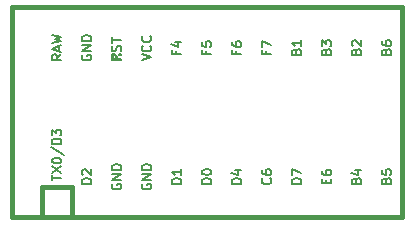
<source format=gbr>
G04 #@! TF.GenerationSoftware,KiCad,Pcbnew,(5.1.4)-1*
G04 #@! TF.CreationDate,2020-10-25T14:57:06-07:00*
G04 #@! TF.ProjectId,cheepcheep,63686565-7063-4686-9565-702e6b696361,rev?*
G04 #@! TF.SameCoordinates,Original*
G04 #@! TF.FileFunction,Legend,Top*
G04 #@! TF.FilePolarity,Positive*
%FSLAX46Y46*%
G04 Gerber Fmt 4.6, Leading zero omitted, Abs format (unit mm)*
G04 Created by KiCad (PCBNEW (5.1.4)-1) date 2020-10-25 14:57:06*
%MOMM*%
%LPD*%
G04 APERTURE LIST*
%ADD10C,0.381000*%
%ADD11C,0.150000*%
G04 APERTURE END LIST*
D10*
X46672500Y-63500000D02*
X46672500Y-66040000D01*
X44132500Y-66040000D02*
X46672500Y-66040000D01*
X44132500Y-48260000D02*
X44132500Y-66040000D01*
X46672500Y-48260000D02*
X44132500Y-48260000D01*
D11*
G36*
X53151860Y-52218432D02*
G01*
X53351860Y-52218432D01*
X53351860Y-52318432D01*
X53151860Y-52318432D01*
X53151860Y-52218432D01*
G37*
X53151860Y-52218432D02*
X53351860Y-52218432D01*
X53351860Y-52318432D01*
X53151860Y-52318432D01*
X53151860Y-52218432D01*
G36*
X52551860Y-52618432D02*
G01*
X53351860Y-52618432D01*
X53351860Y-52718432D01*
X52551860Y-52718432D01*
X52551860Y-52618432D01*
G37*
X52551860Y-52618432D02*
X53351860Y-52618432D01*
X53351860Y-52718432D01*
X52551860Y-52718432D01*
X52551860Y-52618432D01*
G36*
X52551860Y-52218432D02*
G01*
X52651860Y-52218432D01*
X52651860Y-52718432D01*
X52551860Y-52718432D01*
X52551860Y-52218432D01*
G37*
X52551860Y-52218432D02*
X52651860Y-52218432D01*
X52651860Y-52718432D01*
X52551860Y-52718432D01*
X52551860Y-52218432D01*
G36*
X52951860Y-52418432D02*
G01*
X53051860Y-52418432D01*
X53051860Y-52518432D01*
X52951860Y-52518432D01*
X52951860Y-52418432D01*
G37*
X52951860Y-52418432D02*
X53051860Y-52418432D01*
X53051860Y-52518432D01*
X52951860Y-52518432D01*
X52951860Y-52418432D01*
G36*
X52551860Y-52218432D02*
G01*
X52851860Y-52218432D01*
X52851860Y-52318432D01*
X52551860Y-52318432D01*
X52551860Y-52218432D01*
G37*
X52551860Y-52218432D02*
X52851860Y-52218432D01*
X52851860Y-52318432D01*
X52551860Y-52318432D01*
X52551860Y-52218432D01*
D10*
X49212500Y-63500000D02*
X49212500Y-66040000D01*
X46672500Y-63500000D02*
X49212500Y-63500000D01*
X77152500Y-48260000D02*
X46672500Y-48260000D01*
X77152500Y-66040000D02*
X77152500Y-48260000D01*
X46672500Y-66040000D02*
X77152500Y-66040000D01*
D11*
X47504404Y-62912348D02*
X47504404Y-62455205D01*
X48304404Y-62683776D02*
X47504404Y-62683776D01*
X47504404Y-62264729D02*
X48304404Y-61731395D01*
X47504404Y-61731395D02*
X48304404Y-62264729D01*
X47504404Y-61274252D02*
X47504404Y-61198062D01*
X47542500Y-61121872D01*
X47580595Y-61083776D01*
X47656785Y-61045681D01*
X47809166Y-61007586D01*
X47999642Y-61007586D01*
X48152023Y-61045681D01*
X48228214Y-61083776D01*
X48266309Y-61121872D01*
X48304404Y-61198062D01*
X48304404Y-61274252D01*
X48266309Y-61350443D01*
X48228214Y-61388538D01*
X48152023Y-61426633D01*
X47999642Y-61464729D01*
X47809166Y-61464729D01*
X47656785Y-61426633D01*
X47580595Y-61388538D01*
X47542500Y-61350443D01*
X47504404Y-61274252D01*
X47466309Y-60093300D02*
X48494880Y-60779014D01*
X48304404Y-59826633D02*
X47504404Y-59826633D01*
X47504404Y-59636157D01*
X47542500Y-59521872D01*
X47618690Y-59445681D01*
X47694880Y-59407586D01*
X47847261Y-59369491D01*
X47961547Y-59369491D01*
X48113928Y-59407586D01*
X48190119Y-59445681D01*
X48266309Y-59521872D01*
X48304404Y-59636157D01*
X48304404Y-59826633D01*
X47504404Y-59102824D02*
X47504404Y-58607586D01*
X47809166Y-58874252D01*
X47809166Y-58759967D01*
X47847261Y-58683776D01*
X47885357Y-58645681D01*
X47961547Y-58607586D01*
X48152023Y-58607586D01*
X48228214Y-58645681D01*
X48266309Y-58683776D01*
X48304404Y-58759967D01*
X48304404Y-58988538D01*
X48266309Y-59064729D01*
X48228214Y-59102824D01*
X50844404Y-63201476D02*
X50044404Y-63201476D01*
X50044404Y-63011000D01*
X50082500Y-62896714D01*
X50158690Y-62820523D01*
X50234880Y-62782428D01*
X50387261Y-62744333D01*
X50501547Y-62744333D01*
X50653928Y-62782428D01*
X50730119Y-62820523D01*
X50806309Y-62896714D01*
X50844404Y-63011000D01*
X50844404Y-63201476D01*
X50120595Y-62439571D02*
X50082500Y-62401476D01*
X50044404Y-62325285D01*
X50044404Y-62134809D01*
X50082500Y-62058619D01*
X50120595Y-62020523D01*
X50196785Y-61982428D01*
X50272976Y-61982428D01*
X50387261Y-62020523D01*
X50844404Y-62477666D01*
X50844404Y-61982428D01*
X61004404Y-63201476D02*
X60204404Y-63201476D01*
X60204404Y-63011000D01*
X60242500Y-62896714D01*
X60318690Y-62820523D01*
X60394880Y-62782428D01*
X60547261Y-62744333D01*
X60661547Y-62744333D01*
X60813928Y-62782428D01*
X60890119Y-62820523D01*
X60966309Y-62896714D01*
X61004404Y-63011000D01*
X61004404Y-63201476D01*
X60204404Y-62249095D02*
X60204404Y-62172904D01*
X60242500Y-62096714D01*
X60280595Y-62058619D01*
X60356785Y-62020523D01*
X60509166Y-61982428D01*
X60699642Y-61982428D01*
X60852023Y-62020523D01*
X60928214Y-62058619D01*
X60966309Y-62096714D01*
X61004404Y-62172904D01*
X61004404Y-62249095D01*
X60966309Y-62325285D01*
X60928214Y-62363380D01*
X60852023Y-62401476D01*
X60699642Y-62439571D01*
X60509166Y-62439571D01*
X60356785Y-62401476D01*
X60280595Y-62363380D01*
X60242500Y-62325285D01*
X60204404Y-62249095D01*
X58464404Y-63201476D02*
X57664404Y-63201476D01*
X57664404Y-63011000D01*
X57702500Y-62896714D01*
X57778690Y-62820523D01*
X57854880Y-62782428D01*
X58007261Y-62744333D01*
X58121547Y-62744333D01*
X58273928Y-62782428D01*
X58350119Y-62820523D01*
X58426309Y-62896714D01*
X58464404Y-63011000D01*
X58464404Y-63201476D01*
X58464404Y-61982428D02*
X58464404Y-62439571D01*
X58464404Y-62211000D02*
X57664404Y-62211000D01*
X57778690Y-62287190D01*
X57854880Y-62363380D01*
X57892976Y-62439571D01*
X55162500Y-63220523D02*
X55124404Y-63296714D01*
X55124404Y-63411000D01*
X55162500Y-63525285D01*
X55238690Y-63601476D01*
X55314880Y-63639571D01*
X55467261Y-63677666D01*
X55581547Y-63677666D01*
X55733928Y-63639571D01*
X55810119Y-63601476D01*
X55886309Y-63525285D01*
X55924404Y-63411000D01*
X55924404Y-63334809D01*
X55886309Y-63220523D01*
X55848214Y-63182428D01*
X55581547Y-63182428D01*
X55581547Y-63334809D01*
X55924404Y-62839571D02*
X55124404Y-62839571D01*
X55924404Y-62382428D01*
X55124404Y-62382428D01*
X55924404Y-62001476D02*
X55124404Y-62001476D01*
X55124404Y-61811000D01*
X55162500Y-61696714D01*
X55238690Y-61620523D01*
X55314880Y-61582428D01*
X55467261Y-61544333D01*
X55581547Y-61544333D01*
X55733928Y-61582428D01*
X55810119Y-61620523D01*
X55886309Y-61696714D01*
X55924404Y-61811000D01*
X55924404Y-62001476D01*
X52622500Y-63220523D02*
X52584404Y-63296714D01*
X52584404Y-63411000D01*
X52622500Y-63525285D01*
X52698690Y-63601476D01*
X52774880Y-63639571D01*
X52927261Y-63677666D01*
X53041547Y-63677666D01*
X53193928Y-63639571D01*
X53270119Y-63601476D01*
X53346309Y-63525285D01*
X53384404Y-63411000D01*
X53384404Y-63334809D01*
X53346309Y-63220523D01*
X53308214Y-63182428D01*
X53041547Y-63182428D01*
X53041547Y-63334809D01*
X53384404Y-62839571D02*
X52584404Y-62839571D01*
X53384404Y-62382428D01*
X52584404Y-62382428D01*
X53384404Y-62001476D02*
X52584404Y-62001476D01*
X52584404Y-61811000D01*
X52622500Y-61696714D01*
X52698690Y-61620523D01*
X52774880Y-61582428D01*
X52927261Y-61544333D01*
X53041547Y-61544333D01*
X53193928Y-61582428D01*
X53270119Y-61620523D01*
X53346309Y-61696714D01*
X53384404Y-61811000D01*
X53384404Y-62001476D01*
X63544404Y-63201476D02*
X62744404Y-63201476D01*
X62744404Y-63011000D01*
X62782500Y-62896714D01*
X62858690Y-62820523D01*
X62934880Y-62782428D01*
X63087261Y-62744333D01*
X63201547Y-62744333D01*
X63353928Y-62782428D01*
X63430119Y-62820523D01*
X63506309Y-62896714D01*
X63544404Y-63011000D01*
X63544404Y-63201476D01*
X63011071Y-62058619D02*
X63544404Y-62058619D01*
X62706309Y-62249095D02*
X63277738Y-62439571D01*
X63277738Y-61944333D01*
X66008214Y-62744333D02*
X66046309Y-62782428D01*
X66084404Y-62896714D01*
X66084404Y-62972904D01*
X66046309Y-63087190D01*
X65970119Y-63163380D01*
X65893928Y-63201476D01*
X65741547Y-63239571D01*
X65627261Y-63239571D01*
X65474880Y-63201476D01*
X65398690Y-63163380D01*
X65322500Y-63087190D01*
X65284404Y-62972904D01*
X65284404Y-62896714D01*
X65322500Y-62782428D01*
X65360595Y-62744333D01*
X65284404Y-62058619D02*
X65284404Y-62211000D01*
X65322500Y-62287190D01*
X65360595Y-62325285D01*
X65474880Y-62401476D01*
X65627261Y-62439571D01*
X65932023Y-62439571D01*
X66008214Y-62401476D01*
X66046309Y-62363380D01*
X66084404Y-62287190D01*
X66084404Y-62134809D01*
X66046309Y-62058619D01*
X66008214Y-62020523D01*
X65932023Y-61982428D01*
X65741547Y-61982428D01*
X65665357Y-62020523D01*
X65627261Y-62058619D01*
X65589166Y-62134809D01*
X65589166Y-62287190D01*
X65627261Y-62363380D01*
X65665357Y-62401476D01*
X65741547Y-62439571D01*
X68624404Y-63201476D02*
X67824404Y-63201476D01*
X67824404Y-63011000D01*
X67862500Y-62896714D01*
X67938690Y-62820523D01*
X68014880Y-62782428D01*
X68167261Y-62744333D01*
X68281547Y-62744333D01*
X68433928Y-62782428D01*
X68510119Y-62820523D01*
X68586309Y-62896714D01*
X68624404Y-63011000D01*
X68624404Y-63201476D01*
X67824404Y-62477666D02*
X67824404Y-61944333D01*
X68624404Y-62287190D01*
X70745357Y-63163380D02*
X70745357Y-62896714D01*
X71164404Y-62782428D02*
X71164404Y-63163380D01*
X70364404Y-63163380D01*
X70364404Y-62782428D01*
X70364404Y-62096714D02*
X70364404Y-62249095D01*
X70402500Y-62325285D01*
X70440595Y-62363380D01*
X70554880Y-62439571D01*
X70707261Y-62477666D01*
X71012023Y-62477666D01*
X71088214Y-62439571D01*
X71126309Y-62401476D01*
X71164404Y-62325285D01*
X71164404Y-62172904D01*
X71126309Y-62096714D01*
X71088214Y-62058619D01*
X71012023Y-62020523D01*
X70821547Y-62020523D01*
X70745357Y-62058619D01*
X70707261Y-62096714D01*
X70669166Y-62172904D01*
X70669166Y-62325285D01*
X70707261Y-62401476D01*
X70745357Y-62439571D01*
X70821547Y-62477666D01*
X73285357Y-62934809D02*
X73323452Y-62820523D01*
X73361547Y-62782428D01*
X73437738Y-62744333D01*
X73552023Y-62744333D01*
X73628214Y-62782428D01*
X73666309Y-62820523D01*
X73704404Y-62896714D01*
X73704404Y-63201476D01*
X72904404Y-63201476D01*
X72904404Y-62934809D01*
X72942500Y-62858619D01*
X72980595Y-62820523D01*
X73056785Y-62782428D01*
X73132976Y-62782428D01*
X73209166Y-62820523D01*
X73247261Y-62858619D01*
X73285357Y-62934809D01*
X73285357Y-63201476D01*
X73171071Y-62058619D02*
X73704404Y-62058619D01*
X72866309Y-62249095D02*
X73437738Y-62439571D01*
X73437738Y-61944333D01*
X75825357Y-62934809D02*
X75863452Y-62820523D01*
X75901547Y-62782428D01*
X75977738Y-62744333D01*
X76092023Y-62744333D01*
X76168214Y-62782428D01*
X76206309Y-62820523D01*
X76244404Y-62896714D01*
X76244404Y-63201476D01*
X75444404Y-63201476D01*
X75444404Y-62934809D01*
X75482500Y-62858619D01*
X75520595Y-62820523D01*
X75596785Y-62782428D01*
X75672976Y-62782428D01*
X75749166Y-62820523D01*
X75787261Y-62858619D01*
X75825357Y-62934809D01*
X75825357Y-63201476D01*
X75444404Y-62020523D02*
X75444404Y-62401476D01*
X75825357Y-62439571D01*
X75787261Y-62401476D01*
X75749166Y-62325285D01*
X75749166Y-62134809D01*
X75787261Y-62058619D01*
X75825357Y-62020523D01*
X75901547Y-61982428D01*
X76092023Y-61982428D01*
X76168214Y-62020523D01*
X76206309Y-62058619D01*
X76244404Y-62134809D01*
X76244404Y-62325285D01*
X76206309Y-62401476D01*
X76168214Y-62439571D01*
X75825357Y-52012809D02*
X75863452Y-51898523D01*
X75901547Y-51860428D01*
X75977738Y-51822333D01*
X76092023Y-51822333D01*
X76168214Y-51860428D01*
X76206309Y-51898523D01*
X76244404Y-51974714D01*
X76244404Y-52279476D01*
X75444404Y-52279476D01*
X75444404Y-52012809D01*
X75482500Y-51936619D01*
X75520595Y-51898523D01*
X75596785Y-51860428D01*
X75672976Y-51860428D01*
X75749166Y-51898523D01*
X75787261Y-51936619D01*
X75825357Y-52012809D01*
X75825357Y-52279476D01*
X75444404Y-51136619D02*
X75444404Y-51289000D01*
X75482500Y-51365190D01*
X75520595Y-51403285D01*
X75634880Y-51479476D01*
X75787261Y-51517571D01*
X76092023Y-51517571D01*
X76168214Y-51479476D01*
X76206309Y-51441380D01*
X76244404Y-51365190D01*
X76244404Y-51212809D01*
X76206309Y-51136619D01*
X76168214Y-51098523D01*
X76092023Y-51060428D01*
X75901547Y-51060428D01*
X75825357Y-51098523D01*
X75787261Y-51136619D01*
X75749166Y-51212809D01*
X75749166Y-51365190D01*
X75787261Y-51441380D01*
X75825357Y-51479476D01*
X75901547Y-51517571D01*
X70745357Y-52012809D02*
X70783452Y-51898523D01*
X70821547Y-51860428D01*
X70897738Y-51822333D01*
X71012023Y-51822333D01*
X71088214Y-51860428D01*
X71126309Y-51898523D01*
X71164404Y-51974714D01*
X71164404Y-52279476D01*
X70364404Y-52279476D01*
X70364404Y-52012809D01*
X70402500Y-51936619D01*
X70440595Y-51898523D01*
X70516785Y-51860428D01*
X70592976Y-51860428D01*
X70669166Y-51898523D01*
X70707261Y-51936619D01*
X70745357Y-52012809D01*
X70745357Y-52279476D01*
X70364404Y-51555666D02*
X70364404Y-51060428D01*
X70669166Y-51327095D01*
X70669166Y-51212809D01*
X70707261Y-51136619D01*
X70745357Y-51098523D01*
X70821547Y-51060428D01*
X71012023Y-51060428D01*
X71088214Y-51098523D01*
X71126309Y-51136619D01*
X71164404Y-51212809D01*
X71164404Y-51441380D01*
X71126309Y-51517571D01*
X71088214Y-51555666D01*
X68205357Y-52012809D02*
X68243452Y-51898523D01*
X68281547Y-51860428D01*
X68357738Y-51822333D01*
X68472023Y-51822333D01*
X68548214Y-51860428D01*
X68586309Y-51898523D01*
X68624404Y-51974714D01*
X68624404Y-52279476D01*
X67824404Y-52279476D01*
X67824404Y-52012809D01*
X67862500Y-51936619D01*
X67900595Y-51898523D01*
X67976785Y-51860428D01*
X68052976Y-51860428D01*
X68129166Y-51898523D01*
X68167261Y-51936619D01*
X68205357Y-52012809D01*
X68205357Y-52279476D01*
X68624404Y-51060428D02*
X68624404Y-51517571D01*
X68624404Y-51289000D02*
X67824404Y-51289000D01*
X67938690Y-51365190D01*
X68014880Y-51441380D01*
X68052976Y-51517571D01*
X58045357Y-51955666D02*
X58045357Y-52222333D01*
X58464404Y-52222333D02*
X57664404Y-52222333D01*
X57664404Y-51841380D01*
X57931071Y-51193761D02*
X58464404Y-51193761D01*
X57626309Y-51384238D02*
X58197738Y-51574714D01*
X58197738Y-51079476D01*
X55124404Y-52755666D02*
X55924404Y-52489000D01*
X55124404Y-52222333D01*
X55848214Y-51498523D02*
X55886309Y-51536619D01*
X55924404Y-51650904D01*
X55924404Y-51727095D01*
X55886309Y-51841380D01*
X55810119Y-51917571D01*
X55733928Y-51955666D01*
X55581547Y-51993761D01*
X55467261Y-51993761D01*
X55314880Y-51955666D01*
X55238690Y-51917571D01*
X55162500Y-51841380D01*
X55124404Y-51727095D01*
X55124404Y-51650904D01*
X55162500Y-51536619D01*
X55200595Y-51498523D01*
X55848214Y-50698523D02*
X55886309Y-50736619D01*
X55924404Y-50850904D01*
X55924404Y-50927095D01*
X55886309Y-51041380D01*
X55810119Y-51117571D01*
X55733928Y-51155666D01*
X55581547Y-51193761D01*
X55467261Y-51193761D01*
X55314880Y-51155666D01*
X55238690Y-51117571D01*
X55162500Y-51041380D01*
X55124404Y-50927095D01*
X55124404Y-50850904D01*
X55162500Y-50736619D01*
X55200595Y-50698523D01*
X53316309Y-51950213D02*
X53354404Y-51835927D01*
X53354404Y-51645451D01*
X53316309Y-51569260D01*
X53278214Y-51531165D01*
X53202023Y-51493070D01*
X53125833Y-51493070D01*
X53049642Y-51531165D01*
X53011547Y-51569260D01*
X52973452Y-51645451D01*
X52935357Y-51797832D01*
X52897261Y-51874022D01*
X52859166Y-51912118D01*
X52782976Y-51950213D01*
X52706785Y-51950213D01*
X52630595Y-51912118D01*
X52592500Y-51874022D01*
X52554404Y-51797832D01*
X52554404Y-51607356D01*
X52592500Y-51493070D01*
X52554404Y-51264499D02*
X52554404Y-50807356D01*
X53354404Y-51035927D02*
X52554404Y-51035927D01*
X50082500Y-52298523D02*
X50044404Y-52374714D01*
X50044404Y-52489000D01*
X50082500Y-52603285D01*
X50158690Y-52679476D01*
X50234880Y-52717571D01*
X50387261Y-52755666D01*
X50501547Y-52755666D01*
X50653928Y-52717571D01*
X50730119Y-52679476D01*
X50806309Y-52603285D01*
X50844404Y-52489000D01*
X50844404Y-52412809D01*
X50806309Y-52298523D01*
X50768214Y-52260428D01*
X50501547Y-52260428D01*
X50501547Y-52412809D01*
X50844404Y-51917571D02*
X50044404Y-51917571D01*
X50844404Y-51460428D01*
X50044404Y-51460428D01*
X50844404Y-51079476D02*
X50044404Y-51079476D01*
X50044404Y-50889000D01*
X50082500Y-50774714D01*
X50158690Y-50698523D01*
X50234880Y-50660428D01*
X50387261Y-50622333D01*
X50501547Y-50622333D01*
X50653928Y-50660428D01*
X50730119Y-50698523D01*
X50806309Y-50774714D01*
X50844404Y-50889000D01*
X50844404Y-51079476D01*
X48304404Y-52241380D02*
X47923452Y-52508047D01*
X48304404Y-52698523D02*
X47504404Y-52698523D01*
X47504404Y-52393761D01*
X47542500Y-52317571D01*
X47580595Y-52279476D01*
X47656785Y-52241380D01*
X47771071Y-52241380D01*
X47847261Y-52279476D01*
X47885357Y-52317571D01*
X47923452Y-52393761D01*
X47923452Y-52698523D01*
X48075833Y-51936619D02*
X48075833Y-51555666D01*
X48304404Y-52012809D02*
X47504404Y-51746142D01*
X48304404Y-51479476D01*
X47504404Y-51289000D02*
X48304404Y-51098523D01*
X47732976Y-50946142D01*
X48304404Y-50793761D01*
X47504404Y-50603285D01*
X60585357Y-51955666D02*
X60585357Y-52222333D01*
X61004404Y-52222333D02*
X60204404Y-52222333D01*
X60204404Y-51841380D01*
X60204404Y-51155666D02*
X60204404Y-51536619D01*
X60585357Y-51574714D01*
X60547261Y-51536619D01*
X60509166Y-51460428D01*
X60509166Y-51269952D01*
X60547261Y-51193761D01*
X60585357Y-51155666D01*
X60661547Y-51117571D01*
X60852023Y-51117571D01*
X60928214Y-51155666D01*
X60966309Y-51193761D01*
X61004404Y-51269952D01*
X61004404Y-51460428D01*
X60966309Y-51536619D01*
X60928214Y-51574714D01*
X63125357Y-51955666D02*
X63125357Y-52222333D01*
X63544404Y-52222333D02*
X62744404Y-52222333D01*
X62744404Y-51841380D01*
X62744404Y-51193761D02*
X62744404Y-51346142D01*
X62782500Y-51422333D01*
X62820595Y-51460428D01*
X62934880Y-51536619D01*
X63087261Y-51574714D01*
X63392023Y-51574714D01*
X63468214Y-51536619D01*
X63506309Y-51498523D01*
X63544404Y-51422333D01*
X63544404Y-51269952D01*
X63506309Y-51193761D01*
X63468214Y-51155666D01*
X63392023Y-51117571D01*
X63201547Y-51117571D01*
X63125357Y-51155666D01*
X63087261Y-51193761D01*
X63049166Y-51269952D01*
X63049166Y-51422333D01*
X63087261Y-51498523D01*
X63125357Y-51536619D01*
X63201547Y-51574714D01*
X65665357Y-51955666D02*
X65665357Y-52222333D01*
X66084404Y-52222333D02*
X65284404Y-52222333D01*
X65284404Y-51841380D01*
X65284404Y-51612809D02*
X65284404Y-51079476D01*
X66084404Y-51422333D01*
X73285357Y-52012809D02*
X73323452Y-51898523D01*
X73361547Y-51860428D01*
X73437738Y-51822333D01*
X73552023Y-51822333D01*
X73628214Y-51860428D01*
X73666309Y-51898523D01*
X73704404Y-51974714D01*
X73704404Y-52279476D01*
X72904404Y-52279476D01*
X72904404Y-52012809D01*
X72942500Y-51936619D01*
X72980595Y-51898523D01*
X73056785Y-51860428D01*
X73132976Y-51860428D01*
X73209166Y-51898523D01*
X73247261Y-51936619D01*
X73285357Y-52012809D01*
X73285357Y-52279476D01*
X72980595Y-51517571D02*
X72942500Y-51479476D01*
X72904404Y-51403285D01*
X72904404Y-51212809D01*
X72942500Y-51136619D01*
X72980595Y-51098523D01*
X73056785Y-51060428D01*
X73132976Y-51060428D01*
X73247261Y-51098523D01*
X73704404Y-51555666D01*
X73704404Y-51060428D01*
M02*

</source>
